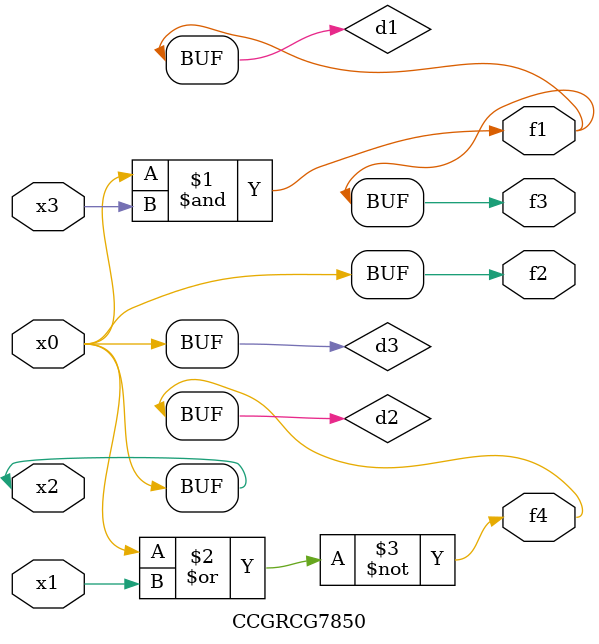
<source format=v>
module CCGRCG7850(
	input x0, x1, x2, x3,
	output f1, f2, f3, f4
);

	wire d1, d2, d3;

	and (d1, x2, x3);
	nor (d2, x0, x1);
	buf (d3, x0, x2);
	assign f1 = d1;
	assign f2 = d3;
	assign f3 = d1;
	assign f4 = d2;
endmodule

</source>
